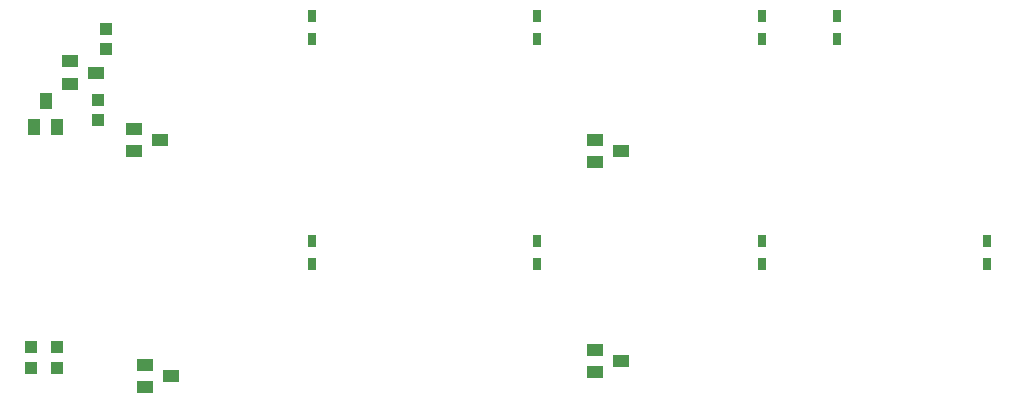
<source format=gbr>
G04 EAGLE Gerber RS-274X export*
G75*
%MOMM*%
%FSLAX34Y34*%
%LPD*%
%INSolderpaste Bottom*%
%IPPOS*%
%AMOC8*
5,1,8,0,0,1.08239X$1,22.5*%
G01*
%ADD10R,1.400000X1.000000*%
%ADD11R,1.000000X1.400000*%
%ADD12R,1.100000X1.000000*%
%ADD13R,0.800000X1.000000*%


D10*
X160225Y257175D03*
X138225Y266675D03*
X138225Y247675D03*
X550750Y247650D03*
X528750Y257150D03*
X528750Y238150D03*
X169750Y57150D03*
X147750Y66650D03*
X147750Y47650D03*
X550750Y69850D03*
X528750Y79350D03*
X528750Y60350D03*
D11*
X63500Y290400D03*
X54000Y268400D03*
X73000Y268400D03*
D10*
X106250Y314325D03*
X84250Y323825D03*
X84250Y304825D03*
D12*
X107950Y291075D03*
X107950Y274075D03*
X114300Y334400D03*
X114300Y351400D03*
D13*
X288925Y342425D03*
X288925Y362425D03*
X479425Y342425D03*
X479425Y362425D03*
X669925Y342425D03*
X669925Y362425D03*
X733425Y362425D03*
X733425Y342425D03*
X288925Y151925D03*
X288925Y171925D03*
X479425Y151925D03*
X479425Y171925D03*
X669925Y151925D03*
X669925Y171925D03*
X860425Y151925D03*
X860425Y171925D03*
D12*
X73025Y64525D03*
X73025Y81525D03*
X50800Y64525D03*
X50800Y81525D03*
M02*

</source>
